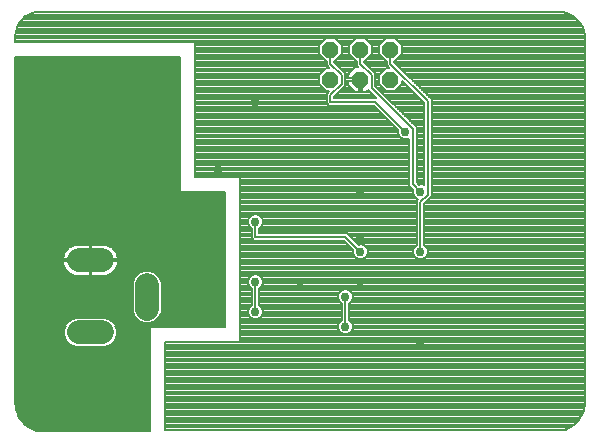
<source format=gbl>
G75*
%MOIN*%
%OFA0B0*%
%FSLAX25Y25*%
%IPPOS*%
%LPD*%
%AMOC8*
5,1,8,0,0,1.08239X$1,22.5*
%
%ADD10C,0.07874*%
%ADD11OC8,0.05600*%
%ADD12C,0.00600*%
%ADD13R,0.02978X0.02978*%
%ADD14C,0.02978*%
%ADD15C,0.00787*%
D10*
X0040433Y0090270D02*
X0048307Y0090270D01*
X0063268Y0098144D02*
X0063268Y0106018D01*
X0048307Y0114286D02*
X0040433Y0114286D01*
D11*
X0124348Y0174535D03*
X0124348Y0184535D03*
X0134348Y0184535D03*
X0144348Y0184535D03*
X0144348Y0174535D03*
X0134348Y0174535D03*
D12*
X0026132Y0057521D02*
X0024984Y0057949D01*
X0023781Y0058606D01*
X0022685Y0059427D01*
X0021716Y0060396D01*
X0020895Y0061492D01*
X0020238Y0062695D01*
X0019759Y0063979D01*
X0019468Y0065318D01*
X0019370Y0066684D01*
X0019370Y0182081D01*
X0074370Y0182081D01*
X0074370Y0137081D01*
X0089370Y0137081D01*
X0089370Y0092081D01*
X0064370Y0092081D01*
X0064370Y0057521D01*
X0026132Y0057521D01*
X0025706Y0057680D02*
X0064370Y0057680D01*
X0064370Y0058278D02*
X0024381Y0058278D01*
X0023419Y0058877D02*
X0064370Y0058877D01*
X0064370Y0059475D02*
X0022636Y0059475D01*
X0022038Y0060074D02*
X0064370Y0060074D01*
X0064370Y0060672D02*
X0021509Y0060672D01*
X0021061Y0061271D02*
X0064370Y0061271D01*
X0064370Y0061869D02*
X0020689Y0061869D01*
X0020362Y0062468D02*
X0064370Y0062468D01*
X0064370Y0063066D02*
X0020099Y0063066D01*
X0019876Y0063665D02*
X0064370Y0063665D01*
X0064370Y0064263D02*
X0019697Y0064263D01*
X0019567Y0064862D02*
X0064370Y0064862D01*
X0064370Y0065460D02*
X0019458Y0065460D01*
X0019415Y0066059D02*
X0064370Y0066059D01*
X0064370Y0066657D02*
X0019372Y0066657D01*
X0019370Y0067256D02*
X0064370Y0067256D01*
X0064370Y0067854D02*
X0019370Y0067854D01*
X0019370Y0068453D02*
X0064370Y0068453D01*
X0064370Y0069051D02*
X0019370Y0069051D01*
X0019370Y0069650D02*
X0064370Y0069650D01*
X0064370Y0070248D02*
X0019370Y0070248D01*
X0019370Y0070847D02*
X0064370Y0070847D01*
X0064370Y0071445D02*
X0019370Y0071445D01*
X0019370Y0072044D02*
X0064370Y0072044D01*
X0064370Y0072642D02*
X0019370Y0072642D01*
X0019370Y0073241D02*
X0064370Y0073241D01*
X0064370Y0073839D02*
X0019370Y0073839D01*
X0019370Y0074438D02*
X0064370Y0074438D01*
X0064370Y0075036D02*
X0019370Y0075036D01*
X0019370Y0075635D02*
X0064370Y0075635D01*
X0064370Y0076233D02*
X0019370Y0076233D01*
X0019370Y0076832D02*
X0064370Y0076832D01*
X0064370Y0077430D02*
X0019370Y0077430D01*
X0019370Y0078029D02*
X0064370Y0078029D01*
X0064370Y0078628D02*
X0019370Y0078628D01*
X0019370Y0079226D02*
X0064370Y0079226D01*
X0064370Y0079825D02*
X0019370Y0079825D01*
X0019370Y0080423D02*
X0064370Y0080423D01*
X0064370Y0081022D02*
X0019370Y0081022D01*
X0019370Y0081620D02*
X0064370Y0081620D01*
X0064370Y0082219D02*
X0019370Y0082219D01*
X0019370Y0082817D02*
X0064370Y0082817D01*
X0064370Y0083416D02*
X0019370Y0083416D01*
X0019370Y0084014D02*
X0064370Y0084014D01*
X0064370Y0084613D02*
X0019370Y0084613D01*
X0019370Y0085211D02*
X0064370Y0085211D01*
X0064370Y0085810D02*
X0050178Y0085810D01*
X0051047Y0086169D02*
X0052408Y0087530D01*
X0053144Y0089308D01*
X0053144Y0091232D01*
X0052408Y0093010D01*
X0051047Y0094371D01*
X0049269Y0095107D01*
X0039471Y0095107D01*
X0037693Y0094371D01*
X0036332Y0093010D01*
X0035596Y0091232D01*
X0035596Y0089308D01*
X0036332Y0087530D01*
X0037693Y0086169D01*
X0039471Y0085433D01*
X0049269Y0085433D01*
X0051047Y0086169D01*
X0051286Y0086408D02*
X0064370Y0086408D01*
X0064370Y0087007D02*
X0051884Y0087007D01*
X0052439Y0087605D02*
X0064370Y0087605D01*
X0064370Y0088204D02*
X0052687Y0088204D01*
X0052935Y0088802D02*
X0064370Y0088802D01*
X0064370Y0089401D02*
X0053144Y0089401D01*
X0053144Y0089999D02*
X0064370Y0089999D01*
X0064370Y0090598D02*
X0053144Y0090598D01*
X0053144Y0091196D02*
X0064370Y0091196D01*
X0064370Y0091795D02*
X0052911Y0091795D01*
X0052663Y0092393D02*
X0089370Y0092393D01*
X0089370Y0092992D02*
X0052415Y0092992D01*
X0051827Y0093590D02*
X0061622Y0093590D01*
X0062306Y0093307D02*
X0060528Y0094043D01*
X0059167Y0095404D01*
X0058431Y0097182D01*
X0058431Y0106980D01*
X0059167Y0108758D01*
X0060528Y0110119D01*
X0062306Y0110855D01*
X0064230Y0110855D01*
X0066008Y0110119D01*
X0067368Y0108758D01*
X0068105Y0106980D01*
X0068105Y0097182D01*
X0067368Y0095404D01*
X0066008Y0094043D01*
X0064230Y0093307D01*
X0062306Y0093307D01*
X0060382Y0094189D02*
X0051229Y0094189D01*
X0050041Y0094787D02*
X0059784Y0094787D01*
X0059185Y0095386D02*
X0019370Y0095386D01*
X0019370Y0095984D02*
X0058927Y0095984D01*
X0058679Y0096583D02*
X0019370Y0096583D01*
X0019370Y0097181D02*
X0058431Y0097181D01*
X0058431Y0097780D02*
X0019370Y0097780D01*
X0019370Y0098378D02*
X0058431Y0098378D01*
X0058431Y0098977D02*
X0019370Y0098977D01*
X0019370Y0099575D02*
X0058431Y0099575D01*
X0058431Y0100174D02*
X0019370Y0100174D01*
X0019370Y0100772D02*
X0058431Y0100772D01*
X0058431Y0101371D02*
X0019370Y0101371D01*
X0019370Y0101969D02*
X0058431Y0101969D01*
X0058431Y0102568D02*
X0019370Y0102568D01*
X0019370Y0103166D02*
X0058431Y0103166D01*
X0058431Y0103765D02*
X0019370Y0103765D01*
X0019370Y0104363D02*
X0058431Y0104363D01*
X0058431Y0104962D02*
X0019370Y0104962D01*
X0019370Y0105561D02*
X0058431Y0105561D01*
X0058431Y0106159D02*
X0019370Y0106159D01*
X0019370Y0106758D02*
X0058431Y0106758D01*
X0058586Y0107356D02*
X0019370Y0107356D01*
X0019370Y0107955D02*
X0058834Y0107955D01*
X0059082Y0108553D02*
X0019370Y0108553D01*
X0019370Y0109152D02*
X0039372Y0109152D01*
X0039207Y0109178D02*
X0040021Y0109049D01*
X0044070Y0109049D01*
X0044070Y0113986D01*
X0035196Y0113986D01*
X0035196Y0113874D01*
X0035325Y0113059D01*
X0035580Y0112276D01*
X0035954Y0111541D01*
X0036439Y0110874D01*
X0037021Y0110291D01*
X0037688Y0109807D01*
X0038423Y0109433D01*
X0039207Y0109178D01*
X0037799Y0109750D02*
X0019370Y0109750D01*
X0019370Y0110349D02*
X0036964Y0110349D01*
X0036385Y0110947D02*
X0019370Y0110947D01*
X0019370Y0111546D02*
X0035952Y0111546D01*
X0035647Y0112144D02*
X0019370Y0112144D01*
X0019370Y0112743D02*
X0035428Y0112743D01*
X0035280Y0113341D02*
X0019370Y0113341D01*
X0019370Y0113940D02*
X0035196Y0113940D01*
X0035196Y0114586D02*
X0044070Y0114586D01*
X0044070Y0119523D01*
X0040021Y0119523D01*
X0039207Y0119394D01*
X0038423Y0119139D01*
X0037688Y0118765D01*
X0037021Y0118280D01*
X0036439Y0117698D01*
X0035954Y0117031D01*
X0035580Y0116296D01*
X0035325Y0115512D01*
X0035196Y0114698D01*
X0035196Y0114586D01*
X0035266Y0115137D02*
X0019370Y0115137D01*
X0019370Y0115735D02*
X0035398Y0115735D01*
X0035599Y0116334D02*
X0019370Y0116334D01*
X0019370Y0116932D02*
X0035904Y0116932D01*
X0036317Y0117531D02*
X0019370Y0117531D01*
X0019370Y0118129D02*
X0036870Y0118129D01*
X0037637Y0118728D02*
X0019370Y0118728D01*
X0019370Y0119326D02*
X0038999Y0119326D01*
X0044070Y0119326D02*
X0044670Y0119326D01*
X0044670Y0119523D02*
X0044670Y0114586D01*
X0044070Y0114586D01*
X0044070Y0113986D01*
X0044670Y0113986D01*
X0044670Y0114586D01*
X0053544Y0114586D01*
X0053544Y0114698D01*
X0053415Y0115512D01*
X0053160Y0116296D01*
X0052786Y0117031D01*
X0052302Y0117698D01*
X0051719Y0118280D01*
X0051052Y0118765D01*
X0050317Y0119139D01*
X0049533Y0119394D01*
X0048719Y0119523D01*
X0044670Y0119523D01*
X0044670Y0118728D02*
X0044070Y0118728D01*
X0044070Y0118129D02*
X0044670Y0118129D01*
X0044670Y0117531D02*
X0044070Y0117531D01*
X0044070Y0116932D02*
X0044670Y0116932D01*
X0044670Y0116334D02*
X0044070Y0116334D01*
X0044070Y0115735D02*
X0044670Y0115735D01*
X0044670Y0115137D02*
X0044070Y0115137D01*
X0044070Y0114538D02*
X0019370Y0114538D01*
X0019370Y0119925D02*
X0089370Y0119925D01*
X0089370Y0120523D02*
X0019370Y0120523D01*
X0019370Y0121122D02*
X0089370Y0121122D01*
X0089370Y0121720D02*
X0019370Y0121720D01*
X0019370Y0122319D02*
X0089370Y0122319D01*
X0089370Y0122917D02*
X0019370Y0122917D01*
X0019370Y0123516D02*
X0089370Y0123516D01*
X0089370Y0124114D02*
X0019370Y0124114D01*
X0019370Y0124713D02*
X0089370Y0124713D01*
X0089370Y0125311D02*
X0019370Y0125311D01*
X0019370Y0125910D02*
X0089370Y0125910D01*
X0089370Y0126508D02*
X0019370Y0126508D01*
X0019370Y0127107D02*
X0089370Y0127107D01*
X0089370Y0127705D02*
X0019370Y0127705D01*
X0019370Y0128304D02*
X0089370Y0128304D01*
X0089370Y0128902D02*
X0019370Y0128902D01*
X0019370Y0129501D02*
X0089370Y0129501D01*
X0089370Y0130099D02*
X0019370Y0130099D01*
X0019370Y0130698D02*
X0089370Y0130698D01*
X0089370Y0131297D02*
X0019370Y0131297D01*
X0019370Y0131895D02*
X0089370Y0131895D01*
X0089370Y0132494D02*
X0019370Y0132494D01*
X0019370Y0133092D02*
X0089370Y0133092D01*
X0089370Y0133691D02*
X0019370Y0133691D01*
X0019370Y0134289D02*
X0089370Y0134289D01*
X0089370Y0134888D02*
X0019370Y0134888D01*
X0019370Y0135486D02*
X0089370Y0135486D01*
X0089370Y0136085D02*
X0019370Y0136085D01*
X0019370Y0136683D02*
X0089370Y0136683D01*
X0086811Y0144191D02*
X0086743Y0144259D01*
X0086743Y0144395D01*
X0074370Y0144464D02*
X0019370Y0144464D01*
X0019370Y0145062D02*
X0074370Y0145062D01*
X0074370Y0145661D02*
X0019370Y0145661D01*
X0019370Y0146259D02*
X0074370Y0146259D01*
X0074370Y0146858D02*
X0019370Y0146858D01*
X0019370Y0147456D02*
X0074370Y0147456D01*
X0074370Y0148055D02*
X0019370Y0148055D01*
X0019370Y0148653D02*
X0074370Y0148653D01*
X0074370Y0149252D02*
X0019370Y0149252D01*
X0019370Y0149850D02*
X0074370Y0149850D01*
X0074370Y0150449D02*
X0019370Y0150449D01*
X0019370Y0151047D02*
X0074370Y0151047D01*
X0074370Y0151646D02*
X0019370Y0151646D01*
X0019370Y0152244D02*
X0074370Y0152244D01*
X0074370Y0152843D02*
X0019370Y0152843D01*
X0019370Y0153441D02*
X0074370Y0153441D01*
X0074370Y0154040D02*
X0019370Y0154040D01*
X0019370Y0154638D02*
X0074370Y0154638D01*
X0074370Y0155237D02*
X0019370Y0155237D01*
X0019370Y0155835D02*
X0074370Y0155835D01*
X0074370Y0156434D02*
X0019370Y0156434D01*
X0019370Y0157032D02*
X0074370Y0157032D01*
X0074370Y0157631D02*
X0019370Y0157631D01*
X0019370Y0158230D02*
X0074370Y0158230D01*
X0074370Y0158828D02*
X0019370Y0158828D01*
X0019370Y0159427D02*
X0074370Y0159427D01*
X0074370Y0160025D02*
X0019370Y0160025D01*
X0019370Y0160624D02*
X0074370Y0160624D01*
X0074370Y0161222D02*
X0019370Y0161222D01*
X0019370Y0161821D02*
X0074370Y0161821D01*
X0074370Y0162419D02*
X0019370Y0162419D01*
X0019370Y0163018D02*
X0074370Y0163018D01*
X0074370Y0163616D02*
X0019370Y0163616D01*
X0019370Y0164215D02*
X0074370Y0164215D01*
X0074370Y0164813D02*
X0019370Y0164813D01*
X0019370Y0165412D02*
X0074370Y0165412D01*
X0074370Y0166010D02*
X0019370Y0166010D01*
X0019370Y0166609D02*
X0074370Y0166609D01*
X0074370Y0167207D02*
X0019370Y0167207D01*
X0019370Y0167806D02*
X0074370Y0167806D01*
X0074370Y0168404D02*
X0019370Y0168404D01*
X0019370Y0169003D02*
X0074370Y0169003D01*
X0074370Y0169601D02*
X0019370Y0169601D01*
X0019370Y0170200D02*
X0074370Y0170200D01*
X0074370Y0170798D02*
X0019370Y0170798D01*
X0019370Y0171397D02*
X0074370Y0171397D01*
X0074370Y0171995D02*
X0019370Y0171995D01*
X0019370Y0172594D02*
X0074370Y0172594D01*
X0074370Y0173192D02*
X0019370Y0173192D01*
X0019370Y0173791D02*
X0074370Y0173791D01*
X0074370Y0174389D02*
X0019370Y0174389D01*
X0019370Y0174988D02*
X0074370Y0174988D01*
X0074370Y0175586D02*
X0019370Y0175586D01*
X0019370Y0176185D02*
X0074370Y0176185D01*
X0074370Y0176783D02*
X0019370Y0176783D01*
X0019370Y0177382D02*
X0074370Y0177382D01*
X0074370Y0177980D02*
X0019370Y0177980D01*
X0019370Y0178579D02*
X0074370Y0178579D01*
X0074370Y0179177D02*
X0019370Y0179177D01*
X0019370Y0179776D02*
X0074370Y0179776D01*
X0074370Y0180374D02*
X0019370Y0180374D01*
X0019370Y0180973D02*
X0074370Y0180973D01*
X0074370Y0181571D02*
X0019370Y0181571D01*
X0019370Y0143865D02*
X0074370Y0143865D01*
X0074370Y0143267D02*
X0019370Y0143267D01*
X0019370Y0142668D02*
X0074370Y0142668D01*
X0074370Y0142070D02*
X0019370Y0142070D01*
X0019370Y0141471D02*
X0074370Y0141471D01*
X0074370Y0140873D02*
X0019370Y0140873D01*
X0019370Y0140274D02*
X0074370Y0140274D01*
X0074370Y0139676D02*
X0019370Y0139676D01*
X0019370Y0139077D02*
X0074370Y0139077D01*
X0074370Y0138479D02*
X0019370Y0138479D01*
X0019370Y0137880D02*
X0074370Y0137880D01*
X0074370Y0137282D02*
X0019370Y0137282D01*
X0044070Y0113940D02*
X0044670Y0113940D01*
X0044670Y0113986D02*
X0044670Y0109049D01*
X0048719Y0109049D01*
X0049533Y0109178D01*
X0050317Y0109433D01*
X0051052Y0109807D01*
X0051719Y0110291D01*
X0052302Y0110874D01*
X0052786Y0111541D01*
X0053160Y0112276D01*
X0053415Y0113059D01*
X0053544Y0113874D01*
X0053544Y0113986D01*
X0044670Y0113986D01*
X0044670Y0114538D02*
X0089370Y0114538D01*
X0089370Y0113940D02*
X0053544Y0113940D01*
X0053460Y0113341D02*
X0089370Y0113341D01*
X0089370Y0112743D02*
X0053312Y0112743D01*
X0053093Y0112144D02*
X0089370Y0112144D01*
X0089370Y0111546D02*
X0052789Y0111546D01*
X0052355Y0110947D02*
X0089370Y0110947D01*
X0089370Y0110349D02*
X0065453Y0110349D01*
X0066376Y0109750D02*
X0089370Y0109750D01*
X0089370Y0109152D02*
X0066975Y0109152D01*
X0067453Y0108553D02*
X0089370Y0108553D01*
X0089370Y0107955D02*
X0067701Y0107955D01*
X0067949Y0107356D02*
X0089370Y0107356D01*
X0089370Y0106758D02*
X0068105Y0106758D01*
X0068105Y0106159D02*
X0089370Y0106159D01*
X0089370Y0105561D02*
X0068105Y0105561D01*
X0068105Y0104962D02*
X0089370Y0104962D01*
X0089370Y0104363D02*
X0068105Y0104363D01*
X0068105Y0103765D02*
X0089370Y0103765D01*
X0089370Y0103166D02*
X0068105Y0103166D01*
X0068105Y0102568D02*
X0089370Y0102568D01*
X0089370Y0101969D02*
X0068105Y0101969D01*
X0068105Y0101371D02*
X0089370Y0101371D01*
X0089370Y0100772D02*
X0068105Y0100772D01*
X0068105Y0100174D02*
X0089370Y0100174D01*
X0089370Y0099575D02*
X0068105Y0099575D01*
X0068105Y0098977D02*
X0089370Y0098977D01*
X0089370Y0098378D02*
X0068105Y0098378D01*
X0068105Y0097780D02*
X0089370Y0097780D01*
X0089370Y0097181D02*
X0068104Y0097181D01*
X0067857Y0096583D02*
X0089370Y0096583D01*
X0089370Y0095984D02*
X0067609Y0095984D01*
X0067350Y0095386D02*
X0089370Y0095386D01*
X0089370Y0094787D02*
X0066752Y0094787D01*
X0066153Y0094189D02*
X0089370Y0094189D01*
X0089370Y0093590D02*
X0064914Y0093590D01*
X0059561Y0109152D02*
X0049368Y0109152D01*
X0050941Y0109750D02*
X0060159Y0109750D01*
X0061083Y0110349D02*
X0051776Y0110349D01*
X0053475Y0115137D02*
X0089370Y0115137D01*
X0089370Y0115735D02*
X0053343Y0115735D01*
X0053141Y0116334D02*
X0089370Y0116334D01*
X0089370Y0116932D02*
X0052836Y0116932D01*
X0052423Y0117531D02*
X0089370Y0117531D01*
X0089370Y0118129D02*
X0051870Y0118129D01*
X0051103Y0118728D02*
X0089370Y0118728D01*
X0089370Y0119326D02*
X0049741Y0119326D01*
X0044670Y0113341D02*
X0044070Y0113341D01*
X0044070Y0112743D02*
X0044670Y0112743D01*
X0044670Y0112144D02*
X0044070Y0112144D01*
X0044070Y0111546D02*
X0044670Y0111546D01*
X0044670Y0110947D02*
X0044070Y0110947D01*
X0044070Y0110349D02*
X0044670Y0110349D01*
X0044670Y0109750D02*
X0044070Y0109750D01*
X0044070Y0109152D02*
X0044670Y0109152D01*
X0038699Y0094787D02*
X0019370Y0094787D01*
X0019370Y0094189D02*
X0037511Y0094189D01*
X0036913Y0093590D02*
X0019370Y0093590D01*
X0019370Y0092992D02*
X0036325Y0092992D01*
X0036077Y0092393D02*
X0019370Y0092393D01*
X0019370Y0091795D02*
X0035829Y0091795D01*
X0035596Y0091196D02*
X0019370Y0091196D01*
X0019370Y0090598D02*
X0035596Y0090598D01*
X0035596Y0089999D02*
X0019370Y0089999D01*
X0019370Y0089401D02*
X0035596Y0089401D01*
X0035806Y0088802D02*
X0019370Y0088802D01*
X0019370Y0088204D02*
X0036053Y0088204D01*
X0036301Y0087605D02*
X0019370Y0087605D01*
X0019370Y0087007D02*
X0036856Y0087007D01*
X0037454Y0086408D02*
X0019370Y0086408D01*
X0019370Y0085810D02*
X0038562Y0085810D01*
X0099370Y0097081D02*
X0099370Y0107081D01*
X0099370Y0122081D02*
X0129370Y0122081D01*
X0134370Y0117081D01*
X0129370Y0102081D02*
X0129370Y0092081D01*
X0154370Y0117081D02*
X0154370Y0133703D01*
X0156759Y0136092D01*
X0156759Y0167357D01*
X0144348Y0179768D01*
X0144348Y0184535D01*
X0134348Y0184535D02*
X0134348Y0179768D01*
X0138048Y0176068D01*
X0138048Y0171781D01*
X0151759Y0158071D01*
X0151759Y0139692D01*
X0154370Y0137081D01*
X0149370Y0157081D02*
X0139370Y0167081D01*
X0124370Y0167081D01*
X0124370Y0169324D01*
X0128048Y0173002D01*
X0128048Y0176068D01*
X0124348Y0179768D01*
X0124348Y0184535D01*
X0099370Y0127081D02*
X0099370Y0122081D01*
D13*
X0069370Y0112081D03*
X0069370Y0132081D03*
X0039370Y0132081D03*
X0029370Y0132081D03*
D14*
X0086743Y0144395D03*
X0099370Y0127081D03*
X0099370Y0107081D03*
X0099370Y0097081D03*
X0114370Y0107081D03*
X0129370Y0102081D03*
X0134370Y0107081D03*
X0134370Y0117081D03*
X0134370Y0122081D03*
X0134370Y0137081D03*
X0154370Y0137081D03*
X0154370Y0117081D03*
X0129370Y0092081D03*
X0154370Y0087081D03*
X0149370Y0157081D03*
X0099370Y0167081D03*
D15*
X0079370Y0173396D02*
X0120555Y0173396D01*
X0120555Y0172964D02*
X0122777Y0170741D01*
X0123958Y0170741D01*
X0123076Y0169860D01*
X0123076Y0166545D01*
X0123834Y0165787D01*
X0138834Y0165787D01*
X0146934Y0157688D01*
X0146887Y0157575D01*
X0146887Y0156587D01*
X0147265Y0155675D01*
X0147964Y0154976D01*
X0148876Y0154598D01*
X0149864Y0154598D01*
X0150465Y0154848D01*
X0150465Y0139156D01*
X0151223Y0138398D01*
X0151934Y0137688D01*
X0151887Y0137575D01*
X0151887Y0136587D01*
X0152265Y0135675D01*
X0152964Y0134976D01*
X0153565Y0134727D01*
X0153076Y0134238D01*
X0153076Y0119232D01*
X0152964Y0119186D01*
X0152265Y0118487D01*
X0151887Y0117575D01*
X0151887Y0116587D01*
X0152265Y0115675D01*
X0152964Y0114976D01*
X0153876Y0114598D01*
X0154864Y0114598D01*
X0155776Y0114976D01*
X0156475Y0115675D01*
X0156853Y0116587D01*
X0156853Y0117575D01*
X0156475Y0118487D01*
X0155776Y0119186D01*
X0155664Y0119232D01*
X0155664Y0133167D01*
X0158053Y0135556D01*
X0158053Y0167893D01*
X0145642Y0180303D01*
X0145642Y0180741D01*
X0145920Y0180741D01*
X0148142Y0182964D01*
X0148142Y0186106D01*
X0145920Y0188329D01*
X0142777Y0188329D01*
X0140555Y0186106D01*
X0140555Y0182964D01*
X0142777Y0180741D01*
X0143055Y0180741D01*
X0143055Y0179232D01*
X0143958Y0178329D01*
X0142777Y0178329D01*
X0140555Y0176106D01*
X0140555Y0172964D01*
X0142777Y0170741D01*
X0145920Y0170741D01*
X0148142Y0172964D01*
X0148142Y0174144D01*
X0155465Y0166821D01*
X0155465Y0139315D01*
X0154864Y0139564D01*
X0153876Y0139564D01*
X0153764Y0139517D01*
X0153053Y0140228D01*
X0153053Y0158607D01*
X0139342Y0172317D01*
X0139342Y0176603D01*
X0138584Y0177361D01*
X0135642Y0180303D01*
X0135642Y0180741D01*
X0135920Y0180741D01*
X0138142Y0182964D01*
X0138142Y0186106D01*
X0135920Y0188329D01*
X0132777Y0188329D01*
X0130555Y0186106D01*
X0130555Y0182964D01*
X0132777Y0180741D01*
X0133055Y0180741D01*
X0133055Y0179232D01*
X0133558Y0178729D01*
X0132611Y0178729D01*
X0130155Y0176272D01*
X0130155Y0174929D01*
X0133955Y0174929D01*
X0133955Y0174141D01*
X0134742Y0174141D01*
X0134742Y0170341D01*
X0136086Y0170341D01*
X0136872Y0171128D01*
X0137513Y0170488D01*
X0139625Y0168375D01*
X0125664Y0168375D01*
X0125664Y0168788D01*
X0129342Y0172466D01*
X0129342Y0176603D01*
X0125642Y0180303D01*
X0125642Y0180741D01*
X0125920Y0180741D01*
X0128142Y0182964D01*
X0128142Y0186106D01*
X0125920Y0188329D01*
X0122777Y0188329D01*
X0120555Y0186106D01*
X0120555Y0182964D01*
X0122777Y0180741D01*
X0123055Y0180741D01*
X0123055Y0179232D01*
X0123958Y0178329D01*
X0122777Y0178329D01*
X0120555Y0176106D01*
X0120555Y0172964D01*
X0120908Y0172610D02*
X0079370Y0172610D01*
X0079370Y0171824D02*
X0121694Y0171824D01*
X0122480Y0171038D02*
X0079370Y0171038D01*
X0079370Y0170253D02*
X0123469Y0170253D01*
X0123076Y0169467D02*
X0079370Y0169467D01*
X0079370Y0168681D02*
X0123076Y0168681D01*
X0123076Y0167895D02*
X0079370Y0167895D01*
X0079370Y0167109D02*
X0123076Y0167109D01*
X0123299Y0166323D02*
X0079370Y0166323D01*
X0079370Y0165537D02*
X0139085Y0165537D01*
X0139870Y0164751D02*
X0079370Y0164751D01*
X0079370Y0163965D02*
X0140656Y0163965D01*
X0141442Y0163179D02*
X0079370Y0163179D01*
X0079370Y0162393D02*
X0142228Y0162393D01*
X0143014Y0161608D02*
X0079370Y0161608D01*
X0079370Y0160822D02*
X0143800Y0160822D01*
X0144586Y0160036D02*
X0079370Y0160036D01*
X0079370Y0159250D02*
X0145372Y0159250D01*
X0146158Y0158464D02*
X0079370Y0158464D01*
X0079370Y0157678D02*
X0146930Y0157678D01*
X0146887Y0156892D02*
X0079370Y0156892D01*
X0079370Y0156106D02*
X0147087Y0156106D01*
X0147620Y0155320D02*
X0079370Y0155320D01*
X0079370Y0154534D02*
X0150465Y0154534D01*
X0150465Y0153748D02*
X0079370Y0153748D01*
X0079370Y0152962D02*
X0150465Y0152962D01*
X0150465Y0152177D02*
X0079370Y0152177D01*
X0079370Y0151391D02*
X0150465Y0151391D01*
X0150465Y0150605D02*
X0079370Y0150605D01*
X0079370Y0149819D02*
X0150465Y0149819D01*
X0150465Y0149033D02*
X0079370Y0149033D01*
X0079370Y0148247D02*
X0150465Y0148247D01*
X0150465Y0147461D02*
X0079370Y0147461D01*
X0079370Y0146675D02*
X0150465Y0146675D01*
X0150465Y0145889D02*
X0079370Y0145889D01*
X0079370Y0145103D02*
X0150465Y0145103D01*
X0150465Y0144317D02*
X0079370Y0144317D01*
X0079370Y0143532D02*
X0150465Y0143532D01*
X0150465Y0142746D02*
X0079370Y0142746D01*
X0079370Y0142081D02*
X0079370Y0187081D01*
X0019370Y0187081D01*
X0019370Y0189087D01*
X0019469Y0190337D01*
X0019761Y0191557D01*
X0020241Y0192716D01*
X0020897Y0193786D01*
X0021712Y0194740D01*
X0022665Y0195554D01*
X0023735Y0196210D01*
X0024894Y0196690D01*
X0026114Y0196983D01*
X0027364Y0197081D01*
X0200232Y0197081D01*
X0201662Y0196969D01*
X0203056Y0196634D01*
X0204381Y0196085D01*
X0205603Y0195336D01*
X0206694Y0194405D01*
X0207625Y0193314D01*
X0208374Y0192092D01*
X0208923Y0190767D01*
X0209258Y0189373D01*
X0209370Y0187943D01*
X0209370Y0067574D01*
X0209263Y0066081D01*
X0208945Y0064618D01*
X0208422Y0063215D01*
X0207704Y0061901D01*
X0206807Y0060703D01*
X0205749Y0059644D01*
X0204550Y0058747D01*
X0203236Y0058029D01*
X0202123Y0057614D01*
X0069370Y0057614D01*
X0069370Y0087081D01*
X0094370Y0087081D01*
X0094370Y0142081D01*
X0079370Y0142081D01*
X0094370Y0141960D02*
X0150465Y0141960D01*
X0150465Y0141174D02*
X0094370Y0141174D01*
X0094370Y0140388D02*
X0150465Y0140388D01*
X0150465Y0139602D02*
X0094370Y0139602D01*
X0094370Y0138816D02*
X0150806Y0138816D01*
X0151591Y0138030D02*
X0094370Y0138030D01*
X0094370Y0137244D02*
X0151887Y0137244D01*
X0151941Y0136458D02*
X0094370Y0136458D01*
X0094370Y0135672D02*
X0152268Y0135672D01*
X0153181Y0134886D02*
X0094370Y0134886D01*
X0094370Y0134101D02*
X0153076Y0134101D01*
X0153076Y0133315D02*
X0094370Y0133315D01*
X0094370Y0132529D02*
X0153076Y0132529D01*
X0153076Y0131743D02*
X0094370Y0131743D01*
X0094370Y0130957D02*
X0153076Y0130957D01*
X0153076Y0130171D02*
X0094370Y0130171D01*
X0094370Y0129385D02*
X0098445Y0129385D01*
X0098876Y0129564D02*
X0097964Y0129186D01*
X0097265Y0128487D01*
X0096887Y0127575D01*
X0096887Y0126587D01*
X0097265Y0125675D01*
X0097964Y0124976D01*
X0098076Y0124930D01*
X0098076Y0121545D01*
X0098834Y0120787D01*
X0128834Y0120787D01*
X0131934Y0117688D01*
X0131887Y0117575D01*
X0131887Y0116587D01*
X0132265Y0115675D01*
X0132964Y0114976D01*
X0133876Y0114598D01*
X0134864Y0114598D01*
X0135776Y0114976D01*
X0136475Y0115675D01*
X0136853Y0116587D01*
X0136853Y0117575D01*
X0136475Y0118487D01*
X0135776Y0119186D01*
X0134864Y0119564D01*
X0133876Y0119564D01*
X0133764Y0119517D01*
X0129906Y0123375D01*
X0100664Y0123375D01*
X0100664Y0124930D01*
X0100776Y0124976D01*
X0101475Y0125675D01*
X0101853Y0126587D01*
X0101853Y0127575D01*
X0101475Y0128487D01*
X0100776Y0129186D01*
X0099864Y0129564D01*
X0098876Y0129564D01*
X0100295Y0129385D02*
X0153076Y0129385D01*
X0153076Y0128599D02*
X0101363Y0128599D01*
X0101754Y0127813D02*
X0153076Y0127813D01*
X0153076Y0127027D02*
X0101853Y0127027D01*
X0101710Y0126241D02*
X0153076Y0126241D01*
X0153076Y0125456D02*
X0101256Y0125456D01*
X0100664Y0124670D02*
X0153076Y0124670D01*
X0153076Y0123884D02*
X0100664Y0123884D01*
X0098076Y0123884D02*
X0094370Y0123884D01*
X0094370Y0124670D02*
X0098076Y0124670D01*
X0097485Y0125456D02*
X0094370Y0125456D01*
X0094370Y0126241D02*
X0097031Y0126241D01*
X0096887Y0127027D02*
X0094370Y0127027D01*
X0094370Y0127813D02*
X0096986Y0127813D01*
X0097377Y0128599D02*
X0094370Y0128599D01*
X0094370Y0123098D02*
X0098076Y0123098D01*
X0098076Y0122312D02*
X0094370Y0122312D01*
X0094370Y0121526D02*
X0098096Y0121526D01*
X0094370Y0120740D02*
X0128882Y0120740D01*
X0129667Y0119954D02*
X0094370Y0119954D01*
X0094370Y0119168D02*
X0130453Y0119168D01*
X0131239Y0118382D02*
X0094370Y0118382D01*
X0094370Y0117596D02*
X0131896Y0117596D01*
X0131887Y0116810D02*
X0094370Y0116810D01*
X0094370Y0116025D02*
X0132120Y0116025D01*
X0132702Y0115239D02*
X0094370Y0115239D01*
X0094370Y0114453D02*
X0209370Y0114453D01*
X0209370Y0115239D02*
X0156039Y0115239D01*
X0156620Y0116025D02*
X0209370Y0116025D01*
X0209370Y0116810D02*
X0156853Y0116810D01*
X0156844Y0117596D02*
X0209370Y0117596D01*
X0209370Y0118382D02*
X0156518Y0118382D01*
X0155794Y0119168D02*
X0209370Y0119168D01*
X0209370Y0119954D02*
X0155664Y0119954D01*
X0155664Y0120740D02*
X0209370Y0120740D01*
X0209370Y0121526D02*
X0155664Y0121526D01*
X0155664Y0122312D02*
X0209370Y0122312D01*
X0209370Y0123098D02*
X0155664Y0123098D01*
X0155664Y0123884D02*
X0209370Y0123884D01*
X0209370Y0124670D02*
X0155664Y0124670D01*
X0155664Y0125456D02*
X0209370Y0125456D01*
X0209370Y0126241D02*
X0155664Y0126241D01*
X0155664Y0127027D02*
X0209370Y0127027D01*
X0209370Y0127813D02*
X0155664Y0127813D01*
X0155664Y0128599D02*
X0209370Y0128599D01*
X0209370Y0129385D02*
X0155664Y0129385D01*
X0155664Y0130171D02*
X0209370Y0130171D01*
X0209370Y0130957D02*
X0155664Y0130957D01*
X0155664Y0131743D02*
X0209370Y0131743D01*
X0209370Y0132529D02*
X0155664Y0132529D01*
X0155812Y0133315D02*
X0209370Y0133315D01*
X0209370Y0134101D02*
X0156598Y0134101D01*
X0157384Y0134886D02*
X0209370Y0134886D01*
X0209370Y0135672D02*
X0158053Y0135672D01*
X0158053Y0136458D02*
X0209370Y0136458D01*
X0209370Y0137244D02*
X0158053Y0137244D01*
X0158053Y0138030D02*
X0209370Y0138030D01*
X0209370Y0138816D02*
X0158053Y0138816D01*
X0158053Y0139602D02*
X0209370Y0139602D01*
X0209370Y0140388D02*
X0158053Y0140388D01*
X0158053Y0141174D02*
X0209370Y0141174D01*
X0209370Y0141960D02*
X0158053Y0141960D01*
X0158053Y0142746D02*
X0209370Y0142746D01*
X0209370Y0143532D02*
X0158053Y0143532D01*
X0158053Y0144317D02*
X0209370Y0144317D01*
X0209370Y0145103D02*
X0158053Y0145103D01*
X0158053Y0145889D02*
X0209370Y0145889D01*
X0209370Y0146675D02*
X0158053Y0146675D01*
X0158053Y0147461D02*
X0209370Y0147461D01*
X0209370Y0148247D02*
X0158053Y0148247D01*
X0158053Y0149033D02*
X0209370Y0149033D01*
X0209370Y0149819D02*
X0158053Y0149819D01*
X0158053Y0150605D02*
X0209370Y0150605D01*
X0209370Y0151391D02*
X0158053Y0151391D01*
X0158053Y0152177D02*
X0209370Y0152177D01*
X0209370Y0152962D02*
X0158053Y0152962D01*
X0158053Y0153748D02*
X0209370Y0153748D01*
X0209370Y0154534D02*
X0158053Y0154534D01*
X0158053Y0155320D02*
X0209370Y0155320D01*
X0209370Y0156106D02*
X0158053Y0156106D01*
X0158053Y0156892D02*
X0209370Y0156892D01*
X0209370Y0157678D02*
X0158053Y0157678D01*
X0158053Y0158464D02*
X0209370Y0158464D01*
X0209370Y0159250D02*
X0158053Y0159250D01*
X0158053Y0160036D02*
X0209370Y0160036D01*
X0209370Y0160822D02*
X0158053Y0160822D01*
X0158053Y0161608D02*
X0209370Y0161608D01*
X0209370Y0162393D02*
X0158053Y0162393D01*
X0158053Y0163179D02*
X0209370Y0163179D01*
X0209370Y0163965D02*
X0158053Y0163965D01*
X0158053Y0164751D02*
X0209370Y0164751D01*
X0209370Y0165537D02*
X0158053Y0165537D01*
X0158053Y0166323D02*
X0209370Y0166323D01*
X0209370Y0167109D02*
X0158053Y0167109D01*
X0158051Y0167895D02*
X0209370Y0167895D01*
X0209370Y0168681D02*
X0157265Y0168681D01*
X0156479Y0169467D02*
X0209370Y0169467D01*
X0209370Y0170253D02*
X0155693Y0170253D01*
X0154907Y0171038D02*
X0209370Y0171038D01*
X0209370Y0171824D02*
X0154121Y0171824D01*
X0153335Y0172610D02*
X0209370Y0172610D01*
X0209370Y0173396D02*
X0152549Y0173396D01*
X0151763Y0174182D02*
X0209370Y0174182D01*
X0209370Y0174968D02*
X0150977Y0174968D01*
X0150192Y0175754D02*
X0209370Y0175754D01*
X0209370Y0176540D02*
X0149406Y0176540D01*
X0148620Y0177326D02*
X0209370Y0177326D01*
X0209370Y0178112D02*
X0147834Y0178112D01*
X0147048Y0178898D02*
X0209370Y0178898D01*
X0209370Y0179684D02*
X0146262Y0179684D01*
X0145642Y0180469D02*
X0209370Y0180469D01*
X0209370Y0181255D02*
X0146434Y0181255D01*
X0147220Y0182041D02*
X0209370Y0182041D01*
X0209370Y0182827D02*
X0148006Y0182827D01*
X0148142Y0183613D02*
X0209370Y0183613D01*
X0209370Y0184399D02*
X0148142Y0184399D01*
X0148142Y0185185D02*
X0209370Y0185185D01*
X0209370Y0185971D02*
X0148142Y0185971D01*
X0147492Y0186757D02*
X0209370Y0186757D01*
X0209370Y0187543D02*
X0146706Y0187543D01*
X0145920Y0188329D02*
X0209340Y0188329D01*
X0209278Y0189114D02*
X0019372Y0189114D01*
X0019370Y0188329D02*
X0122777Y0188329D01*
X0121991Y0187543D02*
X0019370Y0187543D01*
X0019434Y0189900D02*
X0209131Y0189900D01*
X0208942Y0190686D02*
X0019552Y0190686D01*
X0019741Y0191472D02*
X0208631Y0191472D01*
X0208272Y0192258D02*
X0020052Y0192258D01*
X0020442Y0193044D02*
X0207791Y0193044D01*
X0207185Y0193830D02*
X0020935Y0193830D01*
X0021606Y0194616D02*
X0206447Y0194616D01*
X0205496Y0195402D02*
X0022487Y0195402D01*
X0023699Y0196188D02*
X0204133Y0196188D01*
X0201598Y0196974D02*
X0026076Y0196974D01*
X0079370Y0186757D02*
X0121205Y0186757D01*
X0120555Y0185971D02*
X0079370Y0185971D01*
X0079370Y0185185D02*
X0120555Y0185185D01*
X0120555Y0184399D02*
X0079370Y0184399D01*
X0079370Y0183613D02*
X0120555Y0183613D01*
X0120691Y0182827D02*
X0079370Y0182827D01*
X0079370Y0182041D02*
X0121477Y0182041D01*
X0122263Y0181255D02*
X0079370Y0181255D01*
X0079370Y0180469D02*
X0123055Y0180469D01*
X0123055Y0179684D02*
X0079370Y0179684D01*
X0079370Y0178898D02*
X0123389Y0178898D01*
X0122560Y0178112D02*
X0079370Y0178112D01*
X0079370Y0177326D02*
X0121774Y0177326D01*
X0120988Y0176540D02*
X0079370Y0176540D01*
X0079370Y0175754D02*
X0120555Y0175754D01*
X0120555Y0174968D02*
X0079370Y0174968D01*
X0079370Y0174182D02*
X0120555Y0174182D01*
X0126342Y0169467D02*
X0138534Y0169467D01*
X0139319Y0168681D02*
X0125664Y0168681D01*
X0127128Y0170253D02*
X0137748Y0170253D01*
X0136962Y0171038D02*
X0136783Y0171038D01*
X0134742Y0171038D02*
X0133955Y0171038D01*
X0133955Y0170341D02*
X0132611Y0170341D01*
X0130155Y0172798D01*
X0130155Y0174141D01*
X0133955Y0174141D01*
X0133955Y0170341D01*
X0133955Y0171824D02*
X0134742Y0171824D01*
X0134742Y0172610D02*
X0133955Y0172610D01*
X0133955Y0173396D02*
X0134742Y0173396D01*
X0133955Y0174182D02*
X0129342Y0174182D01*
X0129342Y0173396D02*
X0130155Y0173396D01*
X0130342Y0172610D02*
X0129342Y0172610D01*
X0128700Y0171824D02*
X0131128Y0171824D01*
X0131914Y0171038D02*
X0127914Y0171038D01*
X0129342Y0174968D02*
X0130155Y0174968D01*
X0130155Y0175754D02*
X0129342Y0175754D01*
X0129342Y0176540D02*
X0130423Y0176540D01*
X0131208Y0177326D02*
X0128620Y0177326D01*
X0127834Y0178112D02*
X0131994Y0178112D01*
X0133389Y0178898D02*
X0127048Y0178898D01*
X0126262Y0179684D02*
X0133055Y0179684D01*
X0133055Y0180469D02*
X0125642Y0180469D01*
X0126434Y0181255D02*
X0132263Y0181255D01*
X0131477Y0182041D02*
X0127220Y0182041D01*
X0128006Y0182827D02*
X0130691Y0182827D01*
X0130555Y0183613D02*
X0128142Y0183613D01*
X0128142Y0184399D02*
X0130555Y0184399D01*
X0130555Y0185185D02*
X0128142Y0185185D01*
X0128142Y0185971D02*
X0130555Y0185971D01*
X0131205Y0186757D02*
X0127492Y0186757D01*
X0126706Y0187543D02*
X0131991Y0187543D01*
X0132777Y0188329D02*
X0125920Y0188329D01*
X0135642Y0180469D02*
X0143055Y0180469D01*
X0143055Y0179684D02*
X0136262Y0179684D01*
X0137048Y0178898D02*
X0143389Y0178898D01*
X0142560Y0178112D02*
X0137834Y0178112D01*
X0138620Y0177326D02*
X0141774Y0177326D01*
X0140988Y0176540D02*
X0139342Y0176540D01*
X0139342Y0175754D02*
X0140555Y0175754D01*
X0140555Y0174968D02*
X0139342Y0174968D01*
X0139342Y0174182D02*
X0140555Y0174182D01*
X0140555Y0173396D02*
X0139342Y0173396D01*
X0139342Y0172610D02*
X0140908Y0172610D01*
X0141694Y0171824D02*
X0139835Y0171824D01*
X0140621Y0171038D02*
X0142480Y0171038D01*
X0141407Y0170253D02*
X0152034Y0170253D01*
X0151248Y0171038D02*
X0146217Y0171038D01*
X0147003Y0171824D02*
X0150462Y0171824D01*
X0149676Y0172610D02*
X0147789Y0172610D01*
X0148142Y0173396D02*
X0148890Y0173396D01*
X0152820Y0169467D02*
X0142193Y0169467D01*
X0142979Y0168681D02*
X0153606Y0168681D01*
X0154392Y0167895D02*
X0143764Y0167895D01*
X0144550Y0167109D02*
X0155177Y0167109D01*
X0155465Y0166323D02*
X0145336Y0166323D01*
X0146122Y0165537D02*
X0155465Y0165537D01*
X0155465Y0164751D02*
X0146908Y0164751D01*
X0147694Y0163965D02*
X0155465Y0163965D01*
X0155465Y0163179D02*
X0148480Y0163179D01*
X0149266Y0162393D02*
X0155465Y0162393D01*
X0155465Y0161608D02*
X0150052Y0161608D01*
X0150838Y0160822D02*
X0155465Y0160822D01*
X0155465Y0160036D02*
X0151624Y0160036D01*
X0152410Y0159250D02*
X0155465Y0159250D01*
X0155465Y0158464D02*
X0153053Y0158464D01*
X0153053Y0157678D02*
X0155465Y0157678D01*
X0155465Y0156892D02*
X0153053Y0156892D01*
X0153053Y0156106D02*
X0155465Y0156106D01*
X0155465Y0155320D02*
X0153053Y0155320D01*
X0153053Y0154534D02*
X0155465Y0154534D01*
X0155465Y0153748D02*
X0153053Y0153748D01*
X0153053Y0152962D02*
X0155465Y0152962D01*
X0155465Y0152177D02*
X0153053Y0152177D01*
X0153053Y0151391D02*
X0155465Y0151391D01*
X0155465Y0150605D02*
X0153053Y0150605D01*
X0153053Y0149819D02*
X0155465Y0149819D01*
X0155465Y0149033D02*
X0153053Y0149033D01*
X0153053Y0148247D02*
X0155465Y0148247D01*
X0155465Y0147461D02*
X0153053Y0147461D01*
X0153053Y0146675D02*
X0155465Y0146675D01*
X0155465Y0145889D02*
X0153053Y0145889D01*
X0153053Y0145103D02*
X0155465Y0145103D01*
X0155465Y0144317D02*
X0153053Y0144317D01*
X0153053Y0143532D02*
X0155465Y0143532D01*
X0155465Y0142746D02*
X0153053Y0142746D01*
X0153053Y0141960D02*
X0155465Y0141960D01*
X0155465Y0141174D02*
X0153053Y0141174D01*
X0153053Y0140388D02*
X0155465Y0140388D01*
X0155465Y0139602D02*
X0153679Y0139602D01*
X0153076Y0123098D02*
X0130183Y0123098D01*
X0130969Y0122312D02*
X0153076Y0122312D01*
X0153076Y0121526D02*
X0131755Y0121526D01*
X0132541Y0120740D02*
X0153076Y0120740D01*
X0153076Y0119954D02*
X0133327Y0119954D01*
X0135794Y0119168D02*
X0152946Y0119168D01*
X0152222Y0118382D02*
X0136518Y0118382D01*
X0136844Y0117596D02*
X0151896Y0117596D01*
X0151887Y0116810D02*
X0136853Y0116810D01*
X0136620Y0116025D02*
X0152120Y0116025D01*
X0152702Y0115239D02*
X0136039Y0115239D01*
X0130776Y0104186D02*
X0129864Y0104564D01*
X0128876Y0104564D01*
X0127964Y0104186D01*
X0127265Y0103487D01*
X0126887Y0102575D01*
X0126887Y0101587D01*
X0127265Y0100675D01*
X0127964Y0099976D01*
X0128076Y0099930D01*
X0128076Y0094232D01*
X0127964Y0094186D01*
X0127265Y0093487D01*
X0126887Y0092575D01*
X0126887Y0091587D01*
X0127265Y0090675D01*
X0127964Y0089976D01*
X0128876Y0089598D01*
X0129864Y0089598D01*
X0130776Y0089976D01*
X0131475Y0090675D01*
X0131853Y0091587D01*
X0131853Y0092575D01*
X0131475Y0093487D01*
X0130776Y0094186D01*
X0130664Y0094232D01*
X0130664Y0099930D01*
X0130776Y0099976D01*
X0131475Y0100675D01*
X0131853Y0101587D01*
X0131853Y0102575D01*
X0131475Y0103487D01*
X0130776Y0104186D01*
X0130656Y0104236D02*
X0209370Y0104236D01*
X0209370Y0105022D02*
X0100822Y0105022D01*
X0100776Y0104976D02*
X0101475Y0105675D01*
X0101853Y0106587D01*
X0101853Y0107575D01*
X0101475Y0108487D01*
X0100776Y0109186D01*
X0099864Y0109564D01*
X0098876Y0109564D01*
X0097964Y0109186D01*
X0097265Y0108487D01*
X0096887Y0107575D01*
X0096887Y0106587D01*
X0097265Y0105675D01*
X0097964Y0104976D01*
X0098076Y0104930D01*
X0098076Y0099232D01*
X0097964Y0099186D01*
X0097265Y0098487D01*
X0096887Y0097575D01*
X0096887Y0096587D01*
X0097265Y0095675D01*
X0097964Y0094976D01*
X0098876Y0094598D01*
X0099864Y0094598D01*
X0100776Y0094976D01*
X0101475Y0095675D01*
X0101853Y0096587D01*
X0101853Y0097575D01*
X0101475Y0098487D01*
X0100776Y0099186D01*
X0100664Y0099232D01*
X0100664Y0104930D01*
X0100776Y0104976D01*
X0100664Y0104236D02*
X0128085Y0104236D01*
X0127250Y0103450D02*
X0100664Y0103450D01*
X0100664Y0102664D02*
X0126924Y0102664D01*
X0126887Y0101878D02*
X0100664Y0101878D01*
X0100664Y0101092D02*
X0127092Y0101092D01*
X0127634Y0100306D02*
X0100664Y0100306D01*
X0100664Y0099520D02*
X0128076Y0099520D01*
X0128076Y0098734D02*
X0101228Y0098734D01*
X0101698Y0097949D02*
X0128076Y0097949D01*
X0128076Y0097163D02*
X0101853Y0097163D01*
X0101766Y0096377D02*
X0128076Y0096377D01*
X0128076Y0095591D02*
X0101391Y0095591D01*
X0100362Y0094805D02*
X0128076Y0094805D01*
X0127797Y0094019D02*
X0094370Y0094019D01*
X0094370Y0093233D02*
X0127160Y0093233D01*
X0126887Y0092447D02*
X0094370Y0092447D01*
X0094370Y0091661D02*
X0126887Y0091661D01*
X0127182Y0090875D02*
X0094370Y0090875D01*
X0094370Y0090089D02*
X0127851Y0090089D01*
X0130889Y0090089D02*
X0209370Y0090089D01*
X0209370Y0089304D02*
X0094370Y0089304D01*
X0094370Y0088518D02*
X0209370Y0088518D01*
X0209370Y0087732D02*
X0094370Y0087732D01*
X0094370Y0094805D02*
X0098378Y0094805D01*
X0097349Y0095591D02*
X0094370Y0095591D01*
X0094370Y0096377D02*
X0096975Y0096377D01*
X0096887Y0097163D02*
X0094370Y0097163D01*
X0094370Y0097949D02*
X0097042Y0097949D01*
X0097512Y0098734D02*
X0094370Y0098734D01*
X0094370Y0099520D02*
X0098076Y0099520D01*
X0098076Y0100306D02*
X0094370Y0100306D01*
X0094370Y0101092D02*
X0098076Y0101092D01*
X0098076Y0101878D02*
X0094370Y0101878D01*
X0094370Y0102664D02*
X0098076Y0102664D01*
X0098076Y0103450D02*
X0094370Y0103450D01*
X0094370Y0104236D02*
X0098076Y0104236D01*
X0097918Y0105022D02*
X0094370Y0105022D01*
X0094370Y0105808D02*
X0097210Y0105808D01*
X0096887Y0106594D02*
X0094370Y0106594D01*
X0094370Y0107380D02*
X0096887Y0107380D01*
X0097132Y0108165D02*
X0094370Y0108165D01*
X0094370Y0108951D02*
X0097729Y0108951D01*
X0101011Y0108951D02*
X0209370Y0108951D01*
X0209370Y0108165D02*
X0101608Y0108165D01*
X0101853Y0107380D02*
X0209370Y0107380D01*
X0209370Y0106594D02*
X0101853Y0106594D01*
X0101530Y0105808D02*
X0209370Y0105808D01*
X0209370Y0109737D02*
X0094370Y0109737D01*
X0094370Y0110523D02*
X0209370Y0110523D01*
X0209370Y0111309D02*
X0094370Y0111309D01*
X0094370Y0112095D02*
X0209370Y0112095D01*
X0209370Y0112881D02*
X0094370Y0112881D01*
X0094370Y0113667D02*
X0209370Y0113667D01*
X0209370Y0103450D02*
X0131490Y0103450D01*
X0131816Y0102664D02*
X0209370Y0102664D01*
X0209370Y0101878D02*
X0131853Y0101878D01*
X0131648Y0101092D02*
X0209370Y0101092D01*
X0209370Y0100306D02*
X0131106Y0100306D01*
X0130664Y0099520D02*
X0209370Y0099520D01*
X0209370Y0098734D02*
X0130664Y0098734D01*
X0130664Y0097949D02*
X0209370Y0097949D01*
X0209370Y0097163D02*
X0130664Y0097163D01*
X0130664Y0096377D02*
X0209370Y0096377D01*
X0209370Y0095591D02*
X0130664Y0095591D01*
X0130664Y0094805D02*
X0209370Y0094805D01*
X0209370Y0094019D02*
X0130943Y0094019D01*
X0131580Y0093233D02*
X0209370Y0093233D01*
X0209370Y0092447D02*
X0131853Y0092447D01*
X0131853Y0091661D02*
X0209370Y0091661D01*
X0209370Y0090875D02*
X0131558Y0090875D01*
X0069370Y0086946D02*
X0209370Y0086946D01*
X0209370Y0086160D02*
X0069370Y0086160D01*
X0069370Y0085374D02*
X0209370Y0085374D01*
X0209370Y0084588D02*
X0069370Y0084588D01*
X0069370Y0083802D02*
X0209370Y0083802D01*
X0209370Y0083016D02*
X0069370Y0083016D01*
X0069370Y0082230D02*
X0209370Y0082230D01*
X0209370Y0081444D02*
X0069370Y0081444D01*
X0069370Y0080658D02*
X0209370Y0080658D01*
X0209370Y0079873D02*
X0069370Y0079873D01*
X0069370Y0079087D02*
X0209370Y0079087D01*
X0209370Y0078301D02*
X0069370Y0078301D01*
X0069370Y0077515D02*
X0209370Y0077515D01*
X0209370Y0076729D02*
X0069370Y0076729D01*
X0069370Y0075943D02*
X0209370Y0075943D01*
X0209370Y0075157D02*
X0069370Y0075157D01*
X0069370Y0074371D02*
X0209370Y0074371D01*
X0209370Y0073585D02*
X0069370Y0073585D01*
X0069370Y0072799D02*
X0209370Y0072799D01*
X0209370Y0072013D02*
X0069370Y0072013D01*
X0069370Y0071228D02*
X0209370Y0071228D01*
X0209370Y0070442D02*
X0069370Y0070442D01*
X0069370Y0069656D02*
X0209370Y0069656D01*
X0209370Y0068870D02*
X0069370Y0068870D01*
X0069370Y0068084D02*
X0209370Y0068084D01*
X0209350Y0067298D02*
X0069370Y0067298D01*
X0069370Y0066512D02*
X0209294Y0066512D01*
X0209186Y0065726D02*
X0069370Y0065726D01*
X0069370Y0064940D02*
X0209015Y0064940D01*
X0208772Y0064154D02*
X0069370Y0064154D01*
X0069370Y0063368D02*
X0208479Y0063368D01*
X0208076Y0062582D02*
X0069370Y0062582D01*
X0069370Y0061797D02*
X0207626Y0061797D01*
X0207038Y0061011D02*
X0069370Y0061011D01*
X0069370Y0060225D02*
X0206329Y0060225D01*
X0205474Y0059439D02*
X0069370Y0059439D01*
X0069370Y0058653D02*
X0204378Y0058653D01*
X0202801Y0057867D02*
X0069370Y0057867D01*
X0136434Y0181255D02*
X0142263Y0181255D01*
X0141477Y0182041D02*
X0137220Y0182041D01*
X0138006Y0182827D02*
X0140691Y0182827D01*
X0140555Y0183613D02*
X0138142Y0183613D01*
X0138142Y0184399D02*
X0140555Y0184399D01*
X0140555Y0185185D02*
X0138142Y0185185D01*
X0138142Y0185971D02*
X0140555Y0185971D01*
X0141205Y0186757D02*
X0137492Y0186757D01*
X0136706Y0187543D02*
X0141991Y0187543D01*
X0142777Y0188329D02*
X0135920Y0188329D01*
M02*

</source>
